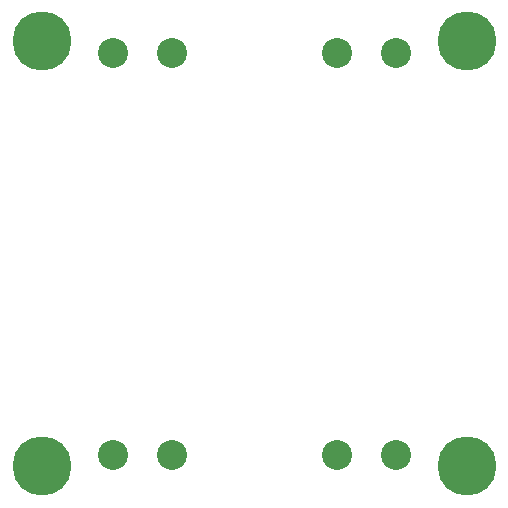
<source format=gbr>
G04 #@! TF.FileFunction,Copper,L2,Bot,Signal*
%FSLAX46Y46*%
G04 Gerber Fmt 4.6, Leading zero omitted, Abs format (unit mm)*
G04 Created by KiCad (PCBNEW 4.0.5) date 03/12/17 12:42:56*
%MOMM*%
%LPD*%
G01*
G04 APERTURE LIST*
%ADD10C,0.150000*%
%ADD11C,5.000000*%
%ADD12C,2.540000*%
G04 APERTURE END LIST*
D10*
D11*
X159000000Y-120000000D03*
X195000000Y-84000000D03*
X195000000Y-120000000D03*
D12*
X184000000Y-85000000D03*
X189000000Y-85000000D03*
X189000000Y-119000000D03*
X184000000Y-119000000D03*
X170000000Y-119000000D03*
X165000000Y-119000000D03*
D11*
X159000000Y-84000000D03*
D12*
X165000000Y-85000000D03*
X170000000Y-85000000D03*
M02*

</source>
